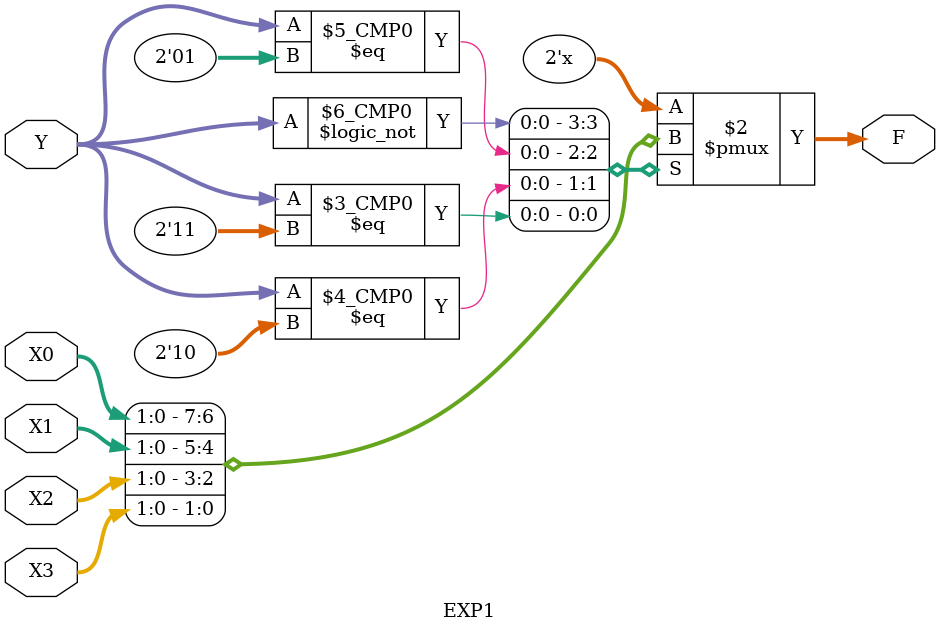
<source format=v>
module EXP1(X0, X1, X2, X3, Y, F);
    input [1:0] X0;
	 input [1:0] X1;
	 input [1:0] X2;
	 input [1:0] X3;
    input [1:0] Y;
	 output reg [1:0] F;
	 
    always @ (X0 or X1 or X2 or X3 or Y)
      case (Y)
        0: F = X0;
        1: F = X1;
        2: F = X2;
        3: F = X3;
        default: F = 2'b00;
    endcase
	 
endmodule

</source>
